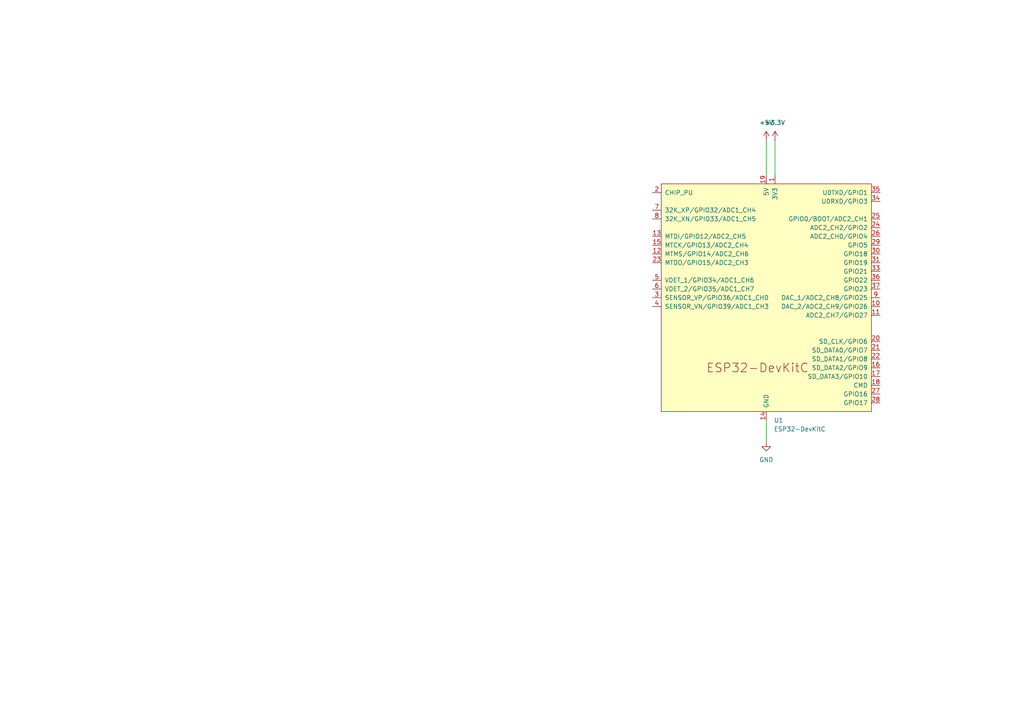
<source format=kicad_sch>
(kicad_sch (version 20231120) (generator "eeschema") (generator_version "8.0")
  (paper "A4")
  (lib_symbols
    (symbol "PCM_Espressif:ESP32-DevKitC" (pin_names (offset 1.016))
      (property "Reference" "U" (at -30.48 38.1 0))
      (property "Value" "ESP32-DevKitC" (at -30.48 35.56 0))
      (symbol "ESP32-DevKitC_0_0"
        (text "ESP32-DevKitC" (at -2.54 -20.32 0) (effects (font (size 2.54 2.54))))
        (pin power_in line (at 0 -35.56 90) (length 2.54) (name "GND") (number "14"))
        (pin power_in line (at 0 35.56 270) (length 2.54) (name "5V") (number "19"))
      )
      (symbol "ESP32-DevKitC_0_1"
        (rectangle (start -30.48 33.02) (end 30.48 -33.02) (fill (type background)))
      )
      (symbol "ESP32-DevKitC_1_1"
        (pin power_in line (at 2.54 35.56 270) (length 2.54) (name "3V3") (number "1"))
        (pin bidirectional line (at 33.02 -2.54 180) (length 2.54) (name "DAC_2/ADC2_CH9/GPIO26") (number "10"))
        (pin bidirectional line (at 33.02 -5.08 180) (length 2.54) (name "ADC2_CH7/GPIO27") (number "11"))
        (pin bidirectional line (at -33.02 12.7 0) (length 2.54) (name "MTMS/GPIO14/ADC2_CH6") (number "12"))
        (pin bidirectional line (at -33.02 17.78 0) (length 2.54) (name "MTDI/GPIO12/ADC2_CH5") (number "13"))
        (pin bidirectional line (at -33.02 15.24 0) (length 2.54) (name "MTCK/GPIO13/ADC2_CH4") (number "15"))
        (pin bidirectional line (at 33.02 -20.32 180) (length 2.54) (name "SD_DATA2/GPIO9") (number "16"))
        (pin bidirectional line (at 33.02 -22.86 180) (length 2.54) (name "SD_DATA3/GPIO10") (number "17"))
        (pin bidirectional line (at 33.02 -25.4 180) (length 2.54) (name "CMD") (number "18"))
        (pin input line (at -33.02 30.48 0) (length 2.54) (name "CHIP_PU") (number "2"))
        (pin bidirectional line (at 33.02 -12.7 180) (length 2.54) (name "SD_CLK/GPIO6") (number "20"))
        (pin bidirectional line (at 33.02 -15.24 180) (length 2.54) (name "SD_DATA0/GPIO7") (number "21"))
        (pin bidirectional line (at 33.02 -17.78 180) (length 2.54) (name "SD_DATA1/GPIO8") (number "22"))
        (pin bidirectional line (at -33.02 10.16 0) (length 2.54) (name "MTDO/GPIO15/ADC2_CH3") (number "23"))
        (pin bidirectional line (at 33.02 20.32 180) (length 2.54) (name "ADC2_CH2/GPIO2") (number "24"))
        (pin bidirectional line (at 33.02 22.86 180) (length 2.54) (name "GPIO0/BOOT/ADC2_CH1") (number "25"))
        (pin bidirectional line (at 33.02 17.78 180) (length 2.54) (name "ADC2_CH0/GPIO4") (number "26"))
        (pin bidirectional line (at 33.02 -27.94 180) (length 2.54) (name "GPIO16") (number "27"))
        (pin bidirectional line (at 33.02 -30.48 180) (length 2.54) (name "GPIO17") (number "28"))
        (pin bidirectional line (at 33.02 15.24 180) (length 2.54) (name "GPIO5") (number "29"))
        (pin input line (at -33.02 0 0) (length 2.54) (name "SENSOR_VP/GPIO36/ADC1_CH0") (number "3"))
        (pin bidirectional line (at 33.02 12.7 180) (length 2.54) (name "GPIO18") (number "30"))
        (pin bidirectional line (at 33.02 10.16 180) (length 2.54) (name "GPIO19") (number "31"))
        (pin passive line (at 0 -35.56 90) (length 2.54) hide (name "GND") (number "32"))
        (pin bidirectional line (at 33.02 7.62 180) (length 2.54) (name "GPIO21") (number "33"))
        (pin bidirectional line (at 33.02 27.94 180) (length 2.54) (name "U0RXD/GPIO3") (number "34"))
        (pin bidirectional line (at 33.02 30.48 180) (length 2.54) (name "U0TXD/GPIO1") (number "35"))
        (pin bidirectional line (at 33.02 5.08 180) (length 2.54) (name "GPIO22") (number "36"))
        (pin bidirectional line (at 33.02 2.54 180) (length 2.54) (name "GPIO23") (number "37"))
        (pin passive line (at 0 -35.56 90) (length 2.54) hide (name "GND") (number "38"))
        (pin input line (at -33.02 -2.54 0) (length 2.54) (name "SENSOR_VN/GPIO39/ADC1_CH3") (number "4"))
        (pin input line (at -33.02 5.08 0) (length 2.54) (name "VDET_1/GPIO34/ADC1_CH6") (number "5"))
        (pin input line (at -33.02 2.54 0) (length 2.54) (name "VDET_2/GPIO35/ADC1_CH7") (number "6"))
        (pin bidirectional line (at -33.02 25.4 0) (length 2.54) (name "32K_XP/GPIO32/ADC1_CH4") (number "7"))
        (pin bidirectional line (at -33.02 22.86 0) (length 2.54) (name "32K_XN/GPIO33/ADC1_CH5") (number "8"))
        (pin bidirectional line (at 33.02 0 180) (length 2.54) (name "DAC_1/ADC2_CH8/GPIO25") (number "9"))
      )
    )
    (symbol "power:+3.3V" (power) (pin_numbers hide) (pin_names (offset 0) hide)
      (property "Value" "+3.3V" (at 0 3.556 0))
      (symbol "+3.3V_0_1"
        (polyline (pts (xy -0.762 1.27) (xy 0 2.54)))
        (polyline (pts (xy 0 0) (xy 0 2.54)))
        (polyline (pts (xy 0 2.54) (xy 0.762 1.27)))
      )
      (symbol "+3.3V_1_1"
        (pin power_in line (at 0 0 90) (length 0) (name "~") (number "1"))
      )
    )
    (symbol "power:+5V" (power) (pin_numbers hide) (pin_names (offset 0) hide)
      (property "Value" "+5V" (at 0 3.556 0))
      (symbol "+5V_0_1"
        (polyline (pts (xy -0.762 1.27) (xy 0 2.54)))
        (polyline (pts (xy 0 0) (xy 0 2.54)))
        (polyline (pts (xy 0 2.54) (xy 0.762 1.27)))
      )
      (symbol "+5V_1_1"
        (pin power_in line (at 0 0 90) (length 0) (name "~") (number "1"))
      )
    )
    (symbol "power:GND" (power) (pin_numbers hide) (pin_names (offset 0) hide)
      (property "Value" "GND" (at 0 -3.81 0))
      (symbol "GND_0_1"
        (polyline (pts (xy 0 0) (xy 0 -1.27) (xy 1.27 -1.27) (xy 0 -2.54) (xy -1.27 -1.27) (xy 0 -1.27)))
      )
      (symbol "GND_1_1"
        (pin power_in line (at 0 0 270) (length 0) (name "~") (number "1"))
      )
    )
  )
  (wire (pts (xy 222.25 121.92) (xy 222.25 128.27)))
  (wire (pts (xy 222.25 40.64) (xy 222.25 50.8)))
  (wire (pts (xy 224.79 40.64) (xy 224.79 50.8)))
  (symbol (lib_id "power:GND") (at 222.25 128.27 0) (unit 1)
    (property "Reference" "#PWR03" (effects (hide yes)))
    (property "Value" "GND" (at 222.25 133.35 0))
    (property "Description" "Power symbol creates a global label with name \"GND\" , ground" (effects (hide yes)))
  )
  (symbol (lib_id "power:+3.3V") (at 224.79 40.64 0) (unit 1)
    (property "Reference" "#PWR02" (effects (hide yes)))
    (property "Value" "+3.3V" (at 224.79 35.56 0))
    (property "Description" "Power symbol creates a global label with name \"+3.3V\"" (effects (hide yes)))
  )
  (symbol (lib_id "PCM_Espressif:ESP32-DevKitC") (at 222.25 86.36 0) (unit 1)
    (property "Reference" "U1" (at 224.4441 121.92 0) (effects (justify left)))
    (property "Value" "ESP32-DevKitC" (at 224.4441 124.46 0) (effects (justify left)))
    (property "Footprint" "PCM_Espressif:ESP32-DevKitC" (effects (hide yes)))
    (property "Datasheet" "https://docs.espressif.com/projects/esp-idf/zh_CN/latest/esp32/hw-reference/esp32/get-started-devkitc.html" (effects (hide yes)))
    (property "Description" "Development Kit" (effects (hide yes)))
  )
  (symbol (lib_id "power:+5V") (at 222.25 40.64 0) (unit 1)
    (property "Reference" "#PWR01" (effects (hide yes)))
    (property "Value" "+5V" (at 222.25 35.56 0))
    (property "Description" "Power symbol creates a global label with name \"+5V\"" (effects (hide yes)))
  )
)
</source>
